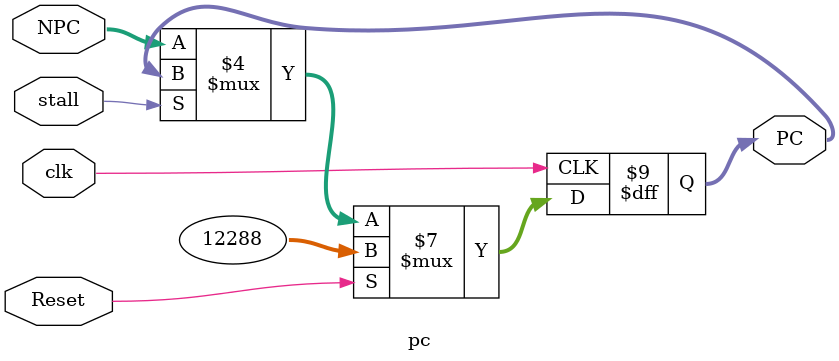
<source format=v>
`timescale 1ns / 1ps
module pc(
    input [31:0] NPC,
    output reg [31:0] PC,
    input clk,
	 input stall,
    input Reset
    );


initial begin
	PC = 32'h0000_3000;
end

always @(posedge clk) begin
	if (Reset)
		PC <= 32'h0000_3000;
	else if (!stall)
		PC <= NPC;
end

endmodule

</source>
